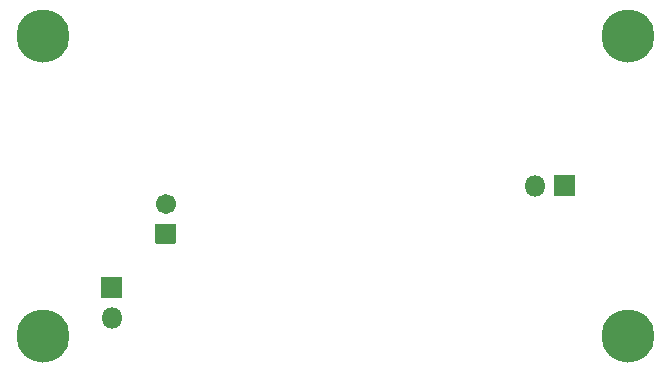
<source format=gbs>
%TF.GenerationSoftware,KiCad,Pcbnew,(5.1.12)-1*%
%TF.CreationDate,2022-02-19T00:27:12-08:00*%
%TF.ProjectId,powersupply,706f7765-7273-4757-9070-6c792e6b6963,1*%
%TF.SameCoordinates,Original*%
%TF.FileFunction,Soldermask,Bot*%
%TF.FilePolarity,Negative*%
%FSLAX46Y46*%
G04 Gerber Fmt 4.6, Leading zero omitted, Abs format (unit mm)*
G04 Created by KiCad (PCBNEW (5.1.12)-1) date 2022-02-19 00:27:12*
%MOMM*%
%LPD*%
G01*
G04 APERTURE LIST*
%ADD10C,4.501599*%
%ADD11O,1.801600X1.801600*%
%ADD12C,1.701600*%
G04 APERTURE END LIST*
D10*
%TO.C,REF\u002A\u002A*%
X171450000Y-117475000D03*
%TD*%
%TO.C,REF\u002A\u002A*%
X121920000Y-117475000D03*
%TD*%
%TO.C,REF\u002A\u002A*%
X121920000Y-92075000D03*
%TD*%
%TO.C,REF\u002A\u002A*%
X171450000Y-92075000D03*
%TD*%
D11*
%TO.C,J2*%
X163576000Y-104775000D03*
G36*
G01*
X165266000Y-103874200D02*
X166966000Y-103874200D01*
G75*
G02*
X167016800Y-103925000I0J-50800D01*
G01*
X167016800Y-105625000D01*
G75*
G02*
X166966000Y-105675800I-50800J0D01*
G01*
X165266000Y-105675800D01*
G75*
G02*
X165215200Y-105625000I0J50800D01*
G01*
X165215200Y-103925000D01*
G75*
G02*
X165266000Y-103874200I50800J0D01*
G01*
G37*
%TD*%
%TO.C,J1*%
X127762000Y-115951000D03*
G36*
G01*
X126861200Y-114261000D02*
X126861200Y-112561000D01*
G75*
G02*
X126912000Y-112510200I50800J0D01*
G01*
X128612000Y-112510200D01*
G75*
G02*
X128662800Y-112561000I0J-50800D01*
G01*
X128662800Y-114261000D01*
G75*
G02*
X128612000Y-114311800I-50800J0D01*
G01*
X126912000Y-114311800D01*
G75*
G02*
X126861200Y-114261000I0J50800D01*
G01*
G37*
%TD*%
D12*
%TO.C,C1*%
X132334000Y-106339000D03*
G36*
G01*
X133134000Y-109689800D02*
X131534000Y-109689800D01*
G75*
G02*
X131483200Y-109639000I0J50800D01*
G01*
X131483200Y-108039000D01*
G75*
G02*
X131534000Y-107988200I50800J0D01*
G01*
X133134000Y-107988200D01*
G75*
G02*
X133184800Y-108039000I0J-50800D01*
G01*
X133184800Y-109639000D01*
G75*
G02*
X133134000Y-109689800I-50800J0D01*
G01*
G37*
%TD*%
M02*

</source>
